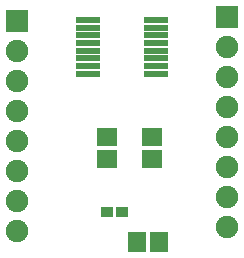
<source format=gbr>
G04 DipTrace 3.1.0.1*
G04 TopMask.gbr*
%MOIN*%
G04 #@! TF.FileFunction,Soldermask,Top*
G04 #@! TF.Part,Single*
%ADD27R,0.078866X0.023748*%
%ADD29R,0.043433X0.035559*%
%ADD31C,0.074929*%
%ADD33R,0.074929X0.074929*%
%ADD35R,0.059181X0.067055*%
%ADD37R,0.067055X0.059181*%
%FSLAX26Y26*%
G04*
G70*
G90*
G75*
G01*
G04 TopMask*
%LPD*%
D37*
X944000Y844000D3*
Y769197D3*
X794000Y844000D3*
Y769197D3*
D35*
X894000Y494000D3*
X968803D3*
D33*
X494000Y1231500D3*
D31*
Y1131500D3*
Y1031500D3*
Y931500D3*
Y831500D3*
Y731500D3*
Y631500D3*
Y531500D3*
D33*
X1193990Y1244000D3*
D31*
Y1144000D3*
Y1044000D3*
Y944000D3*
Y844000D3*
Y744000D3*
Y644000D3*
Y544000D3*
D29*
X844000Y594000D3*
X792819D3*
D27*
X729823Y1233567D3*
Y1207976D3*
Y1182386D3*
Y1156795D3*
Y1131205D3*
Y1105614D3*
Y1080024D3*
Y1054433D3*
X958177D3*
X958169Y1080024D3*
Y1105614D3*
Y1131205D3*
Y1156795D3*
Y1182386D3*
Y1207976D3*
Y1233567D3*
M02*

</source>
